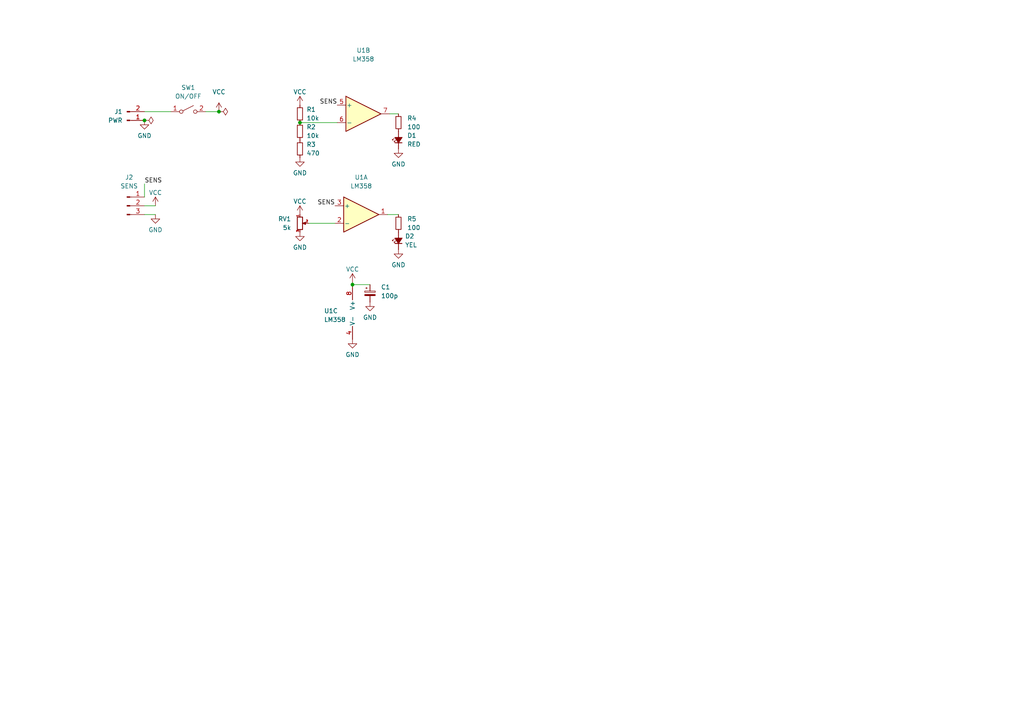
<source format=kicad_sch>
(kicad_sch (version 20211123) (generator eeschema)
  (paper "A4")
  (lib_symbols
    (symbol "Amplifier_Operational:LM358" (pin_names (offset 0.127))
      (property "Reference" "U" (at 0 5.08 0))
      (property "Value" "LM358" (at 0 -5.08 0))
      (symbol "LM358_1_1"
        (polyline (pts (xy -5.08 5.08) (xy 5.08 0) (xy -5.08 -5.08) (xy -5.08 5.08)) (stroke (width 0.254)) (fill (type background)))
        (pin output line (at 7.62 0 180) (length 2.54) (name "~") (number "1"))
        (pin input line (at -7.62 -2.54 0) (length 2.54) (name "-") (number "2"))
        (pin input line (at -7.62 2.54 0) (length 2.54) (name "+") (number "3"))
      )
      (symbol "LM358_2_1"
        (polyline (pts (xy -5.08 5.08) (xy 5.08 0) (xy -5.08 -5.08) (xy -5.08 5.08)) (stroke (width 0.254)) (fill (type background)))
        (pin input line (at -7.62 2.54 0) (length 2.54) (name "+") (number "5"))
        (pin input line (at -7.62 -2.54 0) (length 2.54) (name "-") (number "6"))
        (pin output line (at 7.62 0 180) (length 2.54) (name "~") (number "7"))
      )
      (symbol "LM358_3_1"
        (pin power_in line (at -2.54 -7.62 90) (length 3.81) (name "V-") (number "4"))
        (pin power_in line (at -2.54 7.62 270) (length 3.81) (name "V+") (number "8"))
      )
    )
    (symbol "Connector:Conn_01x02_Male" (pin_names (offset 1.016) hide)
      (property "Reference" "J" (at 0 2.54 0))
      (property "Value" "Conn_01x02_Male" (at 0 -5.08 0))
      (symbol "Conn_01x02_Male_1_1"
        (polyline (pts (xy 1.27 -2.54) (xy 0.8636 -2.54)) (stroke (width 0.1524)))
        (polyline (pts (xy 1.27 0) (xy 0.8636 0)) (stroke (width 0.1524)))
        (rectangle (start 0.8636 -2.413) (end 0 -2.667) (stroke (width 0.1524)) (fill (type outline)))
        (rectangle (start 0.8636 0.127) (end 0 -0.127) (stroke (width 0.1524)) (fill (type outline)))
        (pin passive line (at 5.08 0 180) (length 3.81) (name "Pin_1") (number "1"))
        (pin passive line (at 5.08 -2.54 180) (length 3.81) (name "Pin_2") (number "2"))
      )
    )
    (symbol "Connector:Conn_01x03_Male" (pin_names (offset 1.016) hide)
      (property "Reference" "J" (at 0 5.08 0))
      (property "Value" "Conn_01x03_Male" (at 0 -5.08 0))
      (symbol "Conn_01x03_Male_1_1"
        (polyline (pts (xy 1.27 -2.54) (xy 0.8636 -2.54)) (stroke (width 0.1524)))
        (polyline (pts (xy 1.27 0) (xy 0.8636 0)) (stroke (width 0.1524)))
        (polyline (pts (xy 1.27 2.54) (xy 0.8636 2.54)) (stroke (width 0.1524)))
        (rectangle (start 0.8636 -2.413) (end 0 -2.667) (stroke (width 0.1524)) (fill (type outline)))
        (rectangle (start 0.8636 0.127) (end 0 -0.127) (stroke (width 0.1524)) (fill (type outline)))
        (rectangle (start 0.8636 2.667) (end 0 2.413) (stroke (width 0.1524)) (fill (type outline)))
        (pin passive line (at 5.08 2.54 180) (length 3.81) (name "Pin_1") (number "1"))
        (pin passive line (at 5.08 0 180) (length 3.81) (name "Pin_2") (number "2"))
        (pin passive line (at 5.08 -2.54 180) (length 3.81) (name "Pin_3") (number "3"))
      )
    )
    (symbol "Device:C_Polarized_Small" (pin_numbers hide) (pin_names (offset 0.254) hide)
      (property "Reference" "C" (at 0.254 1.778 0))
      (property "Value" "C_Polarized_Small" (at 0.254 -2.032 0))
      (symbol "C_Polarized_Small_0_1"
        (rectangle (start -1.524 -0.3048) (end 1.524 -0.6858) (fill (type outline)))
        (rectangle (start -1.524 0.6858) (end 1.524 0.3048))
        (polyline (pts (xy -1.27 1.524) (xy -0.762 1.524)))
        (polyline (pts (xy -1.016 1.27) (xy -1.016 1.778)))
      )
      (symbol "C_Polarized_Small_1_1"
        (pin passive line (at 0 2.54 270) (length 1.8542) (name "~") (number "1"))
        (pin passive line (at 0 -2.54 90) (length 1.8542) (name "~") (number "2"))
      )
    )
    (symbol "Device:LED_Small_Filled" (pin_numbers hide) (pin_names (offset 0.254) hide)
      (property "Reference" "D" (at -1.27 3.175 0))
      (property "Value" "LED_Small_Filled" (at -4.445 -2.54 0))
      (symbol "LED_Small_Filled_0_1"
        (polyline (pts (xy -0.762 -1.016) (xy -0.762 1.016)) (stroke (width 0.254)))
        (polyline (pts (xy 1.016 0) (xy -0.762 0)))
        (polyline (pts (xy 0.762 -1.016) (xy -0.762 0) (xy 0.762 1.016) (xy 0.762 -1.016)) (stroke (width 0.254)) (fill (type outline)))
        (polyline (pts (xy 0 0.762) (xy -0.508 1.27) (xy -0.254 1.27) (xy -0.508 1.27) (xy -0.508 1.016)))
        (polyline (pts (xy 0.508 1.27) (xy 0 1.778) (xy 0.254 1.778) (xy 0 1.778) (xy 0 1.524)))
      )
      (symbol "LED_Small_Filled_1_1"
        (pin passive line (at -2.54 0 0) (length 1.778) (name "K") (number "1"))
        (pin passive line (at 2.54 0 180) (length 1.778) (name "A") (number "2"))
      )
    )
    (symbol "Device:R_Potentiometer_Small" (pin_names (offset 1.016) hide)
      (property "Reference" "RV" (at -4.445 0 90))
      (property "Value" "R_Potentiometer_Small" (at -2.54 0 90))
      (symbol "R_Potentiometer_Small_0_1"
        (polyline (pts (xy 0.889 0) (xy 0.635 0) (xy 1.651 0.381) (xy 1.651 -0.381) (xy 0.635 0) (xy 0.889 0)) (fill (type outline)))
        (rectangle (start 0.762 1.8034) (end -0.762 -1.8034) (stroke (width 0.254)))
      )
      (symbol "R_Potentiometer_Small_1_1"
        (pin passive line (at 0 2.54 270) (length 0.635) (name "1") (number "1"))
        (pin passive line (at 2.54 0 180) (length 0.9906) (name "2") (number "2"))
        (pin passive line (at 0 -2.54 90) (length 0.635) (name "3") (number "3"))
      )
    )
    (symbol "Device:R_Small" (pin_numbers hide) (pin_names (offset 0.254) hide)
      (property "Reference" "R" (at 0.762 0.508 0))
      (property "Value" "R_Small" (at 0.762 -1.016 0))
      (symbol "R_Small_0_1"
        (rectangle (start -0.762 1.778) (end 0.762 -1.778) (stroke (width 0.2032)))
      )
      (symbol "R_Small_1_1"
        (pin passive line (at 0 2.54 270) (length 0.762) (name "~") (number "1"))
        (pin passive line (at 0 -2.54 90) (length 0.762) (name "~") (number "2"))
      )
    )
    (symbol "Switch:SW_SPST" (pin_names (offset 0) hide)
      (property "Reference" "SW" (at 0 3.175 0))
      (property "Value" "SW_SPST" (at 0 -2.54 0))
      (symbol "SW_SPST_0_0"
        (circle (center -2.032 0) (radius 0.508))
        (polyline (pts (xy -1.524 0.254) (xy 1.524 1.778)))
        (circle (center 2.032 0) (radius 0.508))
      )
      (symbol "SW_SPST_1_1"
        (pin passive line (at -5.08 0 0) (length 2.54) (name "A") (number "1"))
        (pin passive line (at 5.08 0 180) (length 2.54) (name "B") (number "2"))
      )
    )
    (symbol "power:GND" (power) (pin_names (offset 0))
      (property "Value" "GND" (at 0 -3.81 0))
      (symbol "GND_0_1"
        (polyline (pts (xy 0 0) (xy 0 -1.27) (xy 1.27 -1.27) (xy 0 -2.54) (xy -1.27 -1.27) (xy 0 -1.27)))
      )
      (symbol "GND_1_1"
        (pin power_in line (at 0 0 270) (length 0) hide (name "GND") (number "1"))
      )
    )
    (symbol "power:PWR_FLAG" (power) (pin_numbers hide) (pin_names (offset 0) hide)
      (property "Value" "PWR_FLAG" (at 0 3.81 0))
      (symbol "PWR_FLAG_0_0"
        (pin power_out line (at 0 0 90) (length 0) (name "pwr") (number "1"))
      )
      (symbol "PWR_FLAG_0_1"
        (polyline (pts (xy 0 0) (xy 0 1.27) (xy -1.016 1.905) (xy 0 2.54) (xy 1.016 1.905) (xy 0 1.27)))
      )
    )
    (symbol "power:VCC" (power) (pin_names (offset 0))
      (property "Value" "VCC" (at 0 3.81 0))
      (symbol "VCC_0_1"
        (polyline (pts (xy -0.762 1.27) (xy 0 2.54)))
        (polyline (pts (xy 0 0) (xy 0 2.54)))
        (polyline (pts (xy 0 2.54) (xy 0.762 1.27)))
      )
      (symbol "VCC_1_1"
        (pin power_in line (at 0 0 90) (length 0) hide (name "VCC") (number "1"))
      )
    )
  )
  (junction (at 102.235 82.55))
  (junction (at 63.5 32.385))
  (junction (at 86.995 35.56))
  (junction (at 41.91 34.925))
  (wire (pts (xy 113.03 33.02) (xy 115.57 33.02)))
  (wire (pts (xy 41.91 59.69) (xy 45.085 59.69)))
  (wire (pts (xy 102.235 81.915) (xy 102.235 82.55)))
  (wire (pts (xy 59.69 32.385) (xy 63.5 32.385)))
  (wire (pts (xy 102.235 82.55) (xy 102.235 83.185)))
  (wire (pts (xy 41.91 32.385) (xy 49.53 32.385)))
  (wire (pts (xy 41.91 53.34) (xy 41.91 57.15)))
  (wire (pts (xy 45.085 62.23) (xy 41.91 62.23)))
  (wire (pts (xy 89.535 64.77) (xy 97.155 64.77)))
  (wire (pts (xy 86.995 35.56) (xy 97.79 35.56)))
  (wire (pts (xy 112.395 62.23) (xy 115.57 62.23)))
  (wire (pts (xy 102.235 82.55) (xy 107.315 82.55)))
  (label "SENS" (at 41.91 53.34 0))
  (label "SENS" (at 97.79 30.48 180))
  (label "SENS" (at 97.155 59.69 180))
  (symbol (lib_id "Device:R_Small") (at 86.995 33.02 0) (unit 1)
    (property "Reference" "R1" (at 88.9 31.7499 0) (effects (justify left)))
    (property "Value" "10k" (at 88.9 34.2899 0) (effects (justify left)))
    (property "Footprint" "Resistor_THT:R_Axial_DIN0207_L6.3mm_D2.5mm_P7.62mm_Horizontal" (effects hide))
  )
  (symbol (lib_id "Device:R_Small") (at 86.995 43.18 0) (unit 1)
    (property "Reference" "R3" (at 88.9 41.9099 0) (effects (justify left)))
    (property "Value" "470" (at 88.9 44.4499 0) (effects (justify left)))
    (property "Footprint" "Resistor_THT:R_Axial_DIN0207_L6.3mm_D2.5mm_P7.62mm_Horizontal" (effects hide))
  )
  (symbol (lib_id "power:GND") (at 86.995 45.72 0) (unit 1)
    (property "Reference" "#PWR06" (effects hide))
    (property "Value" "GND" (at 86.995 50.165 0))
  )
  (symbol (lib_id "Device:LED_Small_Filled") (at 115.57 40.64 90) (unit 1)
    (property "Reference" "D1" (at 118.11 39.3064 90) (effects (justify right)))
    (property "Value" "RED" (at 118.11 41.8464 90) (effects (justify right)))
    (property "Footprint" "LED_THT:LED_D5.0mm" (effects hide))
  )
  (symbol (lib_id "power:PWR_FLAG") (at 41.91 34.925 270) (unit 1)
    (property "Reference" "#FLG0102" (effects hide))
    (property "Value" "PWR_FLAG" (effects hide))
  )
  (symbol (lib_id "power:GND") (at 102.235 98.425 0) (unit 1)
    (property "Reference" "#PWR010" (effects hide))
    (property "Value" "GND" (at 102.235 102.87 0))
  )
  (symbol (lib_id "Device:R_Potentiometer_Small") (at 86.995 64.77 0) (unit 1)
    (property "Reference" "RV1" (at 84.455 63.4999 0) (effects (justify right)))
    (property "Value" "5k" (at 84.455 66.0399 0) (effects (justify right)))
    (property "Footprint" "Potentiometer_THT:Potentiometer_ACP_CA9-H5_Horizontal" (effects hide))
  )
  (symbol (lib_id "power:GND") (at 86.995 67.31 0) (unit 1)
    (property "Reference" "#PWR08" (effects hide))
    (property "Value" "GND" (at 86.995 71.755 0))
  )
  (symbol (lib_id "Switch:SW_SPST") (at 54.61 32.385 0) (unit 1)
    (property "Reference" "SW1" (at 54.61 25.4 0))
    (property "Value" "ON/OFF" (at 54.61 27.94 0))
    (property "Footprint" "Resistor_THT:R_Box_L8.4mm_W2.5mm_P5.08mm" (effects hide))
  )
  (symbol (lib_id "Amplifier_Operational:LM358") (at 104.775 62.23 0) (unit 1)
    (property "Reference" "U1" (at 104.775 51.435 0))
    (property "Value" "LM358" (at 104.775 53.975 0))
    (property "Footprint" "Package_DIP:DIP-8_W7.62mm_Socket" (effects hide))
    (property "Datasheet" "http://www.ti.com/lit/ds/symlink/lm2904-n.pdf" (effects hide))
  )
  (symbol (lib_id "power:GND") (at 45.085 62.23 0) (unit 1)
    (property "Reference" "#PWR03" (effects hide))
    (property "Value" "GND" (at 45.085 66.675 0))
  )
  (symbol (lib_id "power:VCC") (at 86.995 30.48 0) (unit 1)
    (property "Reference" "#PWR05" (effects hide))
    (property "Value" "VCC" (at 86.995 26.67 0))
  )
  (symbol (lib_id "power:VCC") (at 86.995 62.23 0) (unit 1)
    (property "Reference" "#PWR07" (effects hide))
    (property "Value" "VCC" (at 86.995 58.42 0))
  )
  (symbol (lib_id "power:VCC") (at 102.235 81.915 0) (unit 1)
    (property "Reference" "#PWR09" (effects hide))
    (property "Value" "VCC" (at 102.235 78.105 0))
  )
  (symbol (lib_id "power:GND") (at 107.315 87.63 0) (unit 1)
    (property "Reference" "#PWR011" (effects hide))
    (property "Value" "GND" (at 107.315 92.075 0))
  )
  (symbol (lib_id "Device:LED_Small_Filled") (at 115.57 69.85 90) (unit 1)
    (property "Reference" "D2" (at 117.475 68.5164 90) (effects (justify right)))
    (property "Value" "YEL" (at 117.475 71.0564 90) (effects (justify right)))
    (property "Footprint" "LED_THT:LED_D5.0mm" (effects hide))
  )
  (symbol (lib_id "Amplifier_Operational:LM358") (at 104.775 90.805 0) (unit 3)
    (property "Reference" "U1" (at 93.98 90.17 0) (effects (justify left)))
    (property "Value" "LM358" (at 93.98 92.71 0) (effects (justify left)))
    (property "Footprint" "Package_DIP:DIP-8_W7.62mm_Socket" (effects hide))
    (property "Datasheet" "http://www.ti.com/lit/ds/symlink/lm2904-n.pdf" (effects hide))
  )
  (symbol (lib_id "Amplifier_Operational:LM358") (at 105.41 33.02 0) (unit 2)
    (property "Reference" "U1" (at 105.41 14.605 0))
    (property "Value" "LM358" (at 105.41 17.145 0))
    (property "Footprint" "Package_DIP:DIP-8_W7.62mm_Socket" (effects hide))
    (property "Datasheet" "http://www.ti.com/lit/ds/symlink/lm2904-n.pdf" (effects hide))
  )
  (symbol (lib_id "Connector:Conn_01x03_Male") (at 36.83 59.69 0) (unit 1)
    (property "Reference" "J2" (at 37.465 51.435 0))
    (property "Value" "SENS" (at 37.465 53.975 0))
    (property "Footprint" "Connector_PinHeader_2.54mm:PinHeader_1x03_P2.54mm_Horizontal" (effects hide))
  )
  (symbol (lib_id "power:GND") (at 41.91 34.925 0) (unit 1)
    (property "Reference" "#PWR01" (effects hide))
    (property "Value" "GND" (at 41.91 39.37 0))
  )
  (symbol (lib_id "power:PWR_FLAG") (at 63.5 32.385 270) (unit 1)
    (property "Reference" "#FLG01" (effects hide))
    (property "Value" "PWR_FLAG" (effects hide))
  )
  (symbol (lib_id "Device:R_Small") (at 115.57 35.56 0) (unit 1)
    (property "Reference" "R4" (at 118.11 34.2899 0) (effects (justify left)))
    (property "Value" "100" (at 118.11 36.8299 0) (effects (justify left)))
    (property "Footprint" "Resistor_THT:R_Axial_DIN0207_L6.3mm_D2.5mm_P7.62mm_Horizontal" (effects hide))
  )
  (symbol (lib_id "Device:R_Small") (at 115.57 64.77 0) (unit 1)
    (property "Reference" "R5" (at 118.11 63.4999 0) (effects (justify left)))
    (property "Value" "100" (at 118.11 66.0399 0) (effects (justify left)))
    (property "Footprint" "Resistor_THT:R_Axial_DIN0207_L6.3mm_D2.5mm_P7.62mm_Horizontal" (effects hide))
  )
  (symbol (lib_id "power:GND") (at 115.57 72.39 0) (unit 1)
    (property "Reference" "#PWR013" (effects hide))
    (property "Value" "GND" (at 115.57 76.835 0))
  )
  (symbol (lib_id "power:VCC") (at 45.085 59.69 0) (unit 1)
    (property "Reference" "#PWR02" (effects hide))
    (property "Value" "VCC" (at 45.085 55.88 0))
  )
  (symbol (lib_id "Device:R_Small") (at 86.995 38.1 0) (unit 1)
    (property "Reference" "R2" (at 88.9 36.8299 0) (effects (justify left)))
    (property "Value" "10k" (at 88.9 39.3699 0) (effects (justify left)))
    (property "Footprint" "Resistor_THT:R_Axial_DIN0207_L6.3mm_D2.5mm_P7.62mm_Horizontal" (effects hide))
  )
  (symbol (lib_id "power:GND") (at 115.57 43.18 0) (unit 1)
    (property "Reference" "#PWR012" (effects hide))
    (property "Value" "GND" (at 115.57 47.625 0))
  )
  (symbol (lib_id "Device:C_Polarized_Small") (at 107.315 85.09 0) (unit 1)
    (property "Reference" "C1" (at 110.49 83.2738 0) (effects (justify left)))
    (property "Value" "100p" (at 110.49 85.8138 0) (effects (justify left)))
    (property "Footprint" "Capacitor_THT:CP_Radial_D5.0mm_P2.50mm" (effects hide))
  )
  (symbol (lib_id "power:VCC") (at 63.5 32.385 0) (unit 1)
    (property "Reference" "#PWR04" (effects hide))
    (property "Value" "VCC" (at 63.5 26.67 0))
  )
  (symbol (lib_id "Connector:Conn_01x02_Male") (at 36.83 34.925 0) (mirror x) (unit 1)
    (property "Reference" "J1" (at 35.56 32.3849 0) (effects (justify right)))
    (property "Value" "PWR" (at 35.56 34.9249 0) (effects (justify right)))
    (property "Footprint" "Connector_PinHeader_2.54mm:PinHeader_1x02_P2.54mm_Horizontal" (effects hide))
  )
)
</source>
